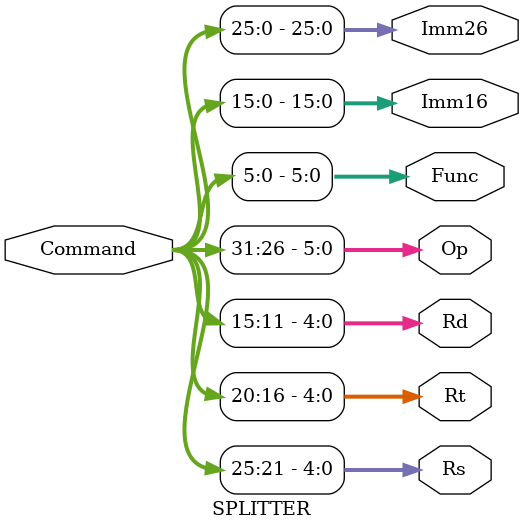
<source format=v>
`timescale 1ns / 1ps
module SPLITTER(
    input [31:0] Command,
    output [4:0] Rs,
    output [4:0] Rt,
    output [4:0] Rd,
    output [5:0] Op,
    output [5:0] Func,
    output [15:0] Imm16,
    output [25:0] Imm26
    );
	assign Op = Command[31:26];
	assign Imm26 = Command[25:0];
	assign Rs = Command[25:21];
	assign Rt = Command[20:16];
	assign Rd = Command[15:11];
	assign Func = Command[5:0];
	assign Imm16 = Command[15:0];
endmodule

</source>
